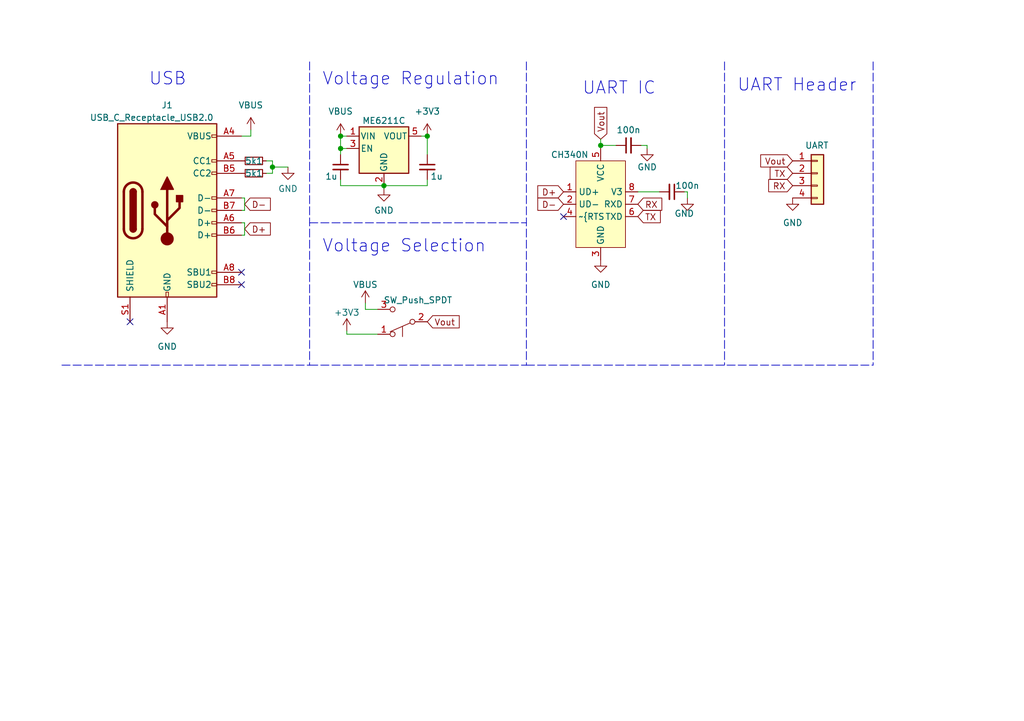
<source format=kicad_sch>
(kicad_sch (version 20211123) (generator eeschema)
  (paper "A5")
  (title_block (title "TinyUART"))
  (lib_symbols
    (symbol "CH340N:CH340N"
      (property "Reference" "U?" (at -5.08 -10.16 0))
      (property "Value" "CH340N" (at 5.08 10.16 0))
      (symbol "CH340N_0_1"
        (rectangle (start -5.08 8.89) (end 5.08 -8.89) (fill (type background)))
      )
      (symbol "CH340N_1_1"
        (pin input line (at -7.62 2.54 0) (length 2.54) (name "UD+") (number "1"))
        (pin input line (at -7.62 0 0) (length 2.54) (name "UD-") (number "2"))
        (pin input line (at 0 -11.43 90) (length 2.54) (name "GND") (number "3"))
        (pin input line (at -7.62 -2.54 0) (length 2.54) (name "~{RTS") (number "4"))
        (pin input line (at 0 11.43 270) (length 2.54) (name "VCC") (number "5"))
        (pin input line (at 7.62 -2.54 180) (length 2.54) (name "TXD") (number "6"))
        (pin input line (at 7.62 0 180) (length 2.54) (name "RXD") (number "7"))
        (pin input line (at 7.62 2.54 180) (length 2.54) (name "V3") (number "8"))
      )
    )
    (symbol "Connector:USB_C_Receptacle_USB2.0" (pin_names (offset 1.016))
      (property "Reference" "J" (at -10.16 19.05 0))
      (property "Value" "USB_C_Receptacle_USB2.0" (at 19.05 19.05 0))
      (symbol "USB_C_Receptacle_USB2.0_0_0"
        (rectangle (start -0.254 -17.78) (end 0.254 -16.764))
        (rectangle (start 10.16 -14.986) (end 9.144 -15.494))
        (rectangle (start 10.16 -12.446) (end 9.144 -12.954))
        (rectangle (start 10.16 -4.826) (end 9.144 -5.334))
        (rectangle (start 10.16 -2.286) (end 9.144 -2.794))
        (rectangle (start 10.16 0.254) (end 9.144 -0.254))
        (rectangle (start 10.16 2.794) (end 9.144 2.286))
        (rectangle (start 10.16 7.874) (end 9.144 7.366))
        (rectangle (start 10.16 10.414) (end 9.144 9.906))
        (rectangle (start 10.16 15.494) (end 9.144 14.986))
      )
      (symbol "USB_C_Receptacle_USB2.0_0_1"
        (rectangle (start -10.16 17.78) (end 10.16 -17.78) (stroke (width 0.254)) (fill (type background)))
        (arc (start -8.89 -3.81) (mid -6.985 -5.715) (end -5.08 -3.81) (stroke (width 0.508)))
        (arc (start -7.62 -3.81) (mid -6.985 -4.445) (end -6.35 -3.81) (stroke (width 0.254)))
        (arc (start -7.62 -3.81) (mid -6.985 -4.445) (end -6.35 -3.81) (stroke (width 0.254)) (fill (type outline)))
        (rectangle (start -7.62 -3.81) (end -6.35 3.81) (stroke (width 0.254)) (fill (type outline)))
        (arc (start -6.35 3.81) (mid -6.985 4.445) (end -7.62 3.81) (stroke (width 0.254)))
        (arc (start -6.35 3.81) (mid -6.985 4.445) (end -7.62 3.81) (stroke (width 0.254)) (fill (type outline)))
        (arc (start -5.08 3.81) (mid -6.985 5.715) (end -8.89 3.81) (stroke (width 0.508)))
        (circle (center -2.54 1.143) (radius 0.635) (stroke (width 0.254)) (fill (type outline)))
        (circle (center 0 -5.842) (radius 1.27) (fill (type outline)))
        (polyline (pts (xy -8.89 -3.81) (xy -8.89 3.81)) (stroke (width 0.508)))
        (polyline (pts (xy -5.08 3.81) (xy -5.08 -3.81)) (stroke (width 0.508)))
        (polyline (pts (xy 0 -5.842) (xy 0 4.318)) (stroke (width 0.508)))
        (polyline (pts (xy 0 -3.302) (xy -2.54 -0.762) (xy -2.54 0.508)) (stroke (width 0.508)))
        (polyline (pts (xy 0 -2.032) (xy 2.54 0.508) (xy 2.54 1.778)) (stroke (width 0.508)))
        (polyline (pts (xy -1.27 4.318) (xy 0 6.858) (xy 1.27 4.318) (xy -1.27 4.318)) (stroke (width 0.254)) (fill (type outline)))
        (rectangle (start 1.905 1.778) (end 3.175 3.048) (stroke (width 0.254)) (fill (type outline)))
      )
      (symbol "USB_C_Receptacle_USB2.0_1_1"
        (pin passive line (at 0 -22.86 90) (length 5.08) (name "GND") (number "A1"))
        (pin passive line (at 0 -22.86 90) (length 5.08) hide (name "GND") (number "A12"))
        (pin passive line (at 15.24 15.24 180) (length 5.08) (name "VBUS") (number "A4"))
        (pin bidirectional line (at 15.24 10.16 180) (length 5.08) (name "CC1") (number "A5"))
        (pin bidirectional line (at 15.24 -2.54 180) (length 5.08) (name "D+") (number "A6"))
        (pin bidirectional line (at 15.24 2.54 180) (length 5.08) (name "D-") (number "A7"))
        (pin bidirectional line (at 15.24 -12.7 180) (length 5.08) (name "SBU1") (number "A8"))
        (pin passive line (at 15.24 15.24 180) (length 5.08) hide (name "VBUS") (number "A9"))
        (pin passive line (at 0 -22.86 90) (length 5.08) hide (name "GND") (number "B1"))
        (pin passive line (at 0 -22.86 90) (length 5.08) hide (name "GND") (number "B12"))
        (pin passive line (at 15.24 15.24 180) (length 5.08) hide (name "VBUS") (number "B4"))
        (pin bidirectional line (at 15.24 7.62 180) (length 5.08) (name "CC2") (number "B5"))
        (pin bidirectional line (at 15.24 -5.08 180) (length 5.08) (name "D+") (number "B6"))
        (pin bidirectional line (at 15.24 0 180) (length 5.08) (name "D-") (number "B7"))
        (pin bidirectional line (at 15.24 -15.24 180) (length 5.08) (name "SBU2") (number "B8"))
        (pin passive line (at 15.24 15.24 180) (length 5.08) hide (name "VBUS") (number "B9"))
        (pin passive line (at -7.62 -22.86 90) (length 5.08) (name "SHIELD") (number "S1"))
      )
    )
    (symbol "Connector_Generic:Conn_01x04" (pin_names (offset 1.016) hide)
      (property "Reference" "J" (at 0 5.08 0))
      (property "Value" "Conn_01x04" (at 0 -7.62 0))
      (symbol "Conn_01x04_1_1"
        (rectangle (start -1.27 -4.953) (end 0 -5.207) (stroke (width 0.1524)))
        (rectangle (start -1.27 -2.413) (end 0 -2.667) (stroke (width 0.1524)))
        (rectangle (start -1.27 0.127) (end 0 -0.127) (stroke (width 0.1524)))
        (rectangle (start -1.27 2.667) (end 0 2.413) (stroke (width 0.1524)))
        (rectangle (start -1.27 3.81) (end 1.27 -6.35) (stroke (width 0.254)) (fill (type background)))
        (pin passive line (at -5.08 2.54 0) (length 3.81) (name "Pin_1") (number "1"))
        (pin passive line (at -5.08 0 0) (length 3.81) (name "Pin_2") (number "2"))
        (pin passive line (at -5.08 -2.54 0) (length 3.81) (name "Pin_3") (number "3"))
        (pin passive line (at -5.08 -5.08 0) (length 3.81) (name "Pin_4") (number "4"))
      )
    )
    (symbol "Device:C_Small" (pin_numbers hide) (pin_names (offset 0.254) hide)
      (property "Reference" "C" (at 0.254 1.778 0))
      (property "Value" "C_Small" (at 0.254 -2.032 0))
      (symbol "C_Small_0_1"
        (polyline (pts (xy -1.524 -0.508) (xy 1.524 -0.508)) (stroke (width 0.3302)))
        (polyline (pts (xy -1.524 0.508) (xy 1.524 0.508)) (stroke (width 0.3048)))
      )
      (symbol "C_Small_1_1"
        (pin passive line (at 0 2.54 270) (length 2.032) (name "~") (number "1"))
        (pin passive line (at 0 -2.54 90) (length 2.032) (name "~") (number "2"))
      )
    )
    (symbol "Device:R_Small" (pin_numbers hide) (pin_names (offset 0.254) hide)
      (property "Reference" "R" (at 0.762 0.508 0))
      (property "Value" "R_Small" (at 0.762 -1.016 0))
      (symbol "R_Small_0_1"
        (rectangle (start -0.762 1.778) (end 0.762 -1.778) (stroke (width 0.2032)))
      )
      (symbol "R_Small_1_1"
        (pin passive line (at 0 2.54 270) (length 0.762) (name "~") (number "1"))
        (pin passive line (at 0 -2.54 90) (length 0.762) (name "~") (number "2"))
      )
    )
    (symbol "Regulator_Linear:AP2127K-3.3" (pin_names (offset 0.254))
      (property "Reference" "U" (at -5.08 5.715 0))
      (property "Value" "AP2127K-3.3" (at 0 5.715 0))
      (symbol "AP2127K-3.3_0_1"
        (rectangle (start -5.08 4.445) (end 5.08 -5.08) (stroke (width 0.254)) (fill (type background)))
      )
      (symbol "AP2127K-3.3_1_1"
        (pin power_in line (at -7.62 2.54 0) (length 2.54) (name "VIN") (number "1"))
        (pin power_in line (at 0 -7.62 90) (length 2.54) (name "GND") (number "2"))
        (pin input line (at -7.62 0 0) (length 2.54) (name "EN") (number "3"))
        (pin no_connect line (at 5.08 0 180) (length 2.54) hide (name "NC") (number "4"))
        (pin power_out line (at 7.62 2.54 180) (length 2.54) (name "VOUT") (number "5"))
      )
    )
    (symbol "Switch:SW_Push_SPDT" (pin_names (offset 0) hide)
      (property "Reference" "SW" (at 0 4.318 0))
      (property "Value" "SW_Push_SPDT" (at 0 -5.08 0))
      (symbol "SW_Push_SPDT_0_0"
        (circle (center -2.032 0) (radius 0.508))
        (polyline (pts (xy 0 1.016) (xy 0 3.048)))
        (circle (center 2.032 -2.54) (radius 0.508))
      )
      (symbol "SW_Push_SPDT_0_1"
        (polyline (pts (xy -1.524 0.254) (xy 2.54 2.032)))
        (circle (center 2.032 2.54) (radius 0.508))
      )
      (symbol "SW_Push_SPDT_1_1"
        (pin passive line (at 5.08 2.54 180) (length 2.54) (name "A") (number "1"))
        (pin passive line (at -5.08 0 0) (length 2.54) (name "B") (number "2"))
        (pin passive line (at 5.08 -2.54 180) (length 2.54) (name "C") (number "3"))
      )
    )
    (symbol "power:+3V3" (power) (pin_names (offset 0))
      (property "Value" "+3V3" (at 0 3.556 0))
      (symbol "+3V3_0_1"
        (polyline (pts (xy -0.762 1.27) (xy 0 2.54)))
        (polyline (pts (xy 0 0) (xy 0 2.54)))
        (polyline (pts (xy 0 2.54) (xy 0.762 1.27)))
      )
      (symbol "+3V3_1_1"
        (pin power_in line (at 0 0 90) (length 0) hide (name "+3V3") (number "1"))
      )
    )
    (symbol "power:GND" (power) (pin_names (offset 0))
      (property "Value" "GND" (at 0 -3.81 0))
      (symbol "GND_0_1"
        (polyline (pts (xy 0 0) (xy 0 -1.27) (xy 1.27 -1.27) (xy 0 -2.54) (xy -1.27 -1.27) (xy 0 -1.27)))
      )
      (symbol "GND_1_1"
        (pin power_in line (at 0 0 270) (length 0) hide (name "GND") (number "1"))
      )
    )
    (symbol "power:VBUS" (power) (pin_names (offset 0))
      (property "Value" "VBUS" (at 0 3.81 0))
      (symbol "VBUS_0_1"
        (polyline (pts (xy -0.762 1.27) (xy 0 2.54)))
        (polyline (pts (xy 0 0) (xy 0 2.54)))
        (polyline (pts (xy 0 2.54) (xy 0.762 1.27)))
      )
      (symbol "VBUS_1_1"
        (pin power_in line (at 0 0 90) (length 0) hide (name "VBUS") (number "1"))
      )
    )
  )
  (junction (at 78.74 38.1))
  (junction (at 123.19 29.845))
  (junction (at 55.88 34.29))
  (junction (at 69.85 27.94))
  (junction (at 69.85 30.48))
  (junction (at 87.63 27.94))
  (no_connect (at 49.53 55.88))
  (no_connect (at 26.67 66.04))
  (no_connect (at 49.53 58.42))
  (no_connect (at 115.57 44.45))
  (wire (pts (xy 71.12 27.94) (xy 69.85 27.94)))
  (wire (pts (xy 71.12 30.48) (xy 69.85 30.48)))
  (wire (pts (xy 87.63 38.1) (xy 78.74 38.1)))
  (wire (pts (xy 50.165 40.64) (xy 50.165 43.18)))
  (wire (pts (xy 140.335 39.37) (xy 140.97 39.37)))
  (wire (pts (xy 87.63 36.83) (xy 87.63 38.1)))
  (wire (pts (xy 69.85 27.94) (xy 69.85 30.48)))
  (wire (pts (xy 69.85 30.48) (xy 69.85 31.75)))
  (wire (pts (xy 50.165 43.18) (xy 49.53 43.18)))
  (wire (pts (xy 86.36 27.94) (xy 87.63 27.94)))
  (wire (pts (xy 131.445 29.845) (xy 132.715 29.845)))
  (wire (pts (xy 123.19 29.845) (xy 123.19 30.48)))
  (polyline (pts (xy 107.95 74.93) (xy 179.07 74.93)))
  (wire (pts (xy 69.85 36.83) (xy 69.85 38.1)))
  (wire (pts (xy 78.74 38.1) (xy 78.74 38.735)))
  (polyline (pts (xy 12.7 74.93) (xy 63.5 74.93)))
  (wire (pts (xy 140.97 39.37) (xy 140.97 40.64)))
  (wire (pts (xy 50.165 48.26) (xy 49.53 48.26)))
  (wire (pts (xy 69.85 38.1) (xy 78.74 38.1)))
  (wire (pts (xy 49.53 45.72) (xy 50.165 45.72)))
  (wire (pts (xy 54.61 33.02) (xy 55.88 33.02)))
  (wire (pts (xy 130.81 39.37) (xy 135.255 39.37)))
  (wire (pts (xy 77.47 68.58) (xy 71.12 68.58)))
  (wire (pts (xy 55.88 34.29) (xy 59.055 34.29)))
  (polyline (pts (xy 107.95 12.7) (xy 107.95 74.93)))
  (wire (pts (xy 51.435 27.94) (xy 49.53 27.94)))
  (wire (pts (xy 55.88 35.56) (xy 55.88 34.29)))
  (polyline (pts (xy 63.5 74.93) (xy 107.95 74.93)))
  (wire (pts (xy 54.61 35.56) (xy 55.88 35.56)))
  (wire (pts (xy 74.93 63.5) (xy 77.47 63.5)))
  (wire (pts (xy 51.435 26.67) (xy 51.435 27.94)))
  (wire (pts (xy 74.93 62.23) (xy 74.93 63.5)))
  (wire (pts (xy 87.63 27.94) (xy 87.63 31.75)))
  (polyline (pts (xy 179.07 12.7) (xy 179.07 74.93)))
  (wire (pts (xy 132.715 29.845) (xy 132.715 30.48)))
  (wire (pts (xy 49.53 40.64) (xy 50.165 40.64)))
  (polyline (pts (xy 148.59 12.7) (xy 148.59 74.93)))
  (wire (pts (xy 123.19 28.575) (xy 123.19 29.845)))
  (polyline (pts (xy 63.5 12.7) (xy 63.5 74.93)))
  (polyline (pts (xy 63.5 45.72) (xy 107.95 45.72)))
  (wire (pts (xy 50.165 45.72) (xy 50.165 48.26)))
  (wire (pts (xy 71.12 68.58) (xy 71.12 67.945)))
  (wire (pts (xy 55.88 33.02) (xy 55.88 34.29)))
  (wire (pts (xy 123.19 29.845) (xy 126.365 29.845)))
  (text "UART IC" (at 119.38 19.685 0) (effects (font (size 2.54 2.54)) (justify left bottom)))
  (text "Voltage Selection" (at 66.04 52.07 0) (effects (font (size 2.54 2.54)) (justify left bottom)))
  (text "UART Header" (at 151.13 19.05 0) (effects (font (size 2.54 2.54)) (justify left bottom)))
  (text "Voltage Regulation" (at 66.04 17.78 0) (effects (font (size 2.54 2.54)) (justify left bottom)))
  (text "USB" (at 30.48 17.78 0) (effects (font (size 2.54 2.54)) (justify left bottom)))
  (global_label "D-" (shape input) (at 115.57 41.91 180) (property "Intersheet References" "${INTERSHEET_REFS}" (effects hide)))
  (global_label "Vout" (shape input) (at 123.19 28.575 90) (property "Intersheet References" "${INTERSHEET_REFS}" (effects hide)))
  (global_label "RX" (shape input) (at 130.81 41.91 0) (property "Intersheet References" "${INTERSHEET_REFS}" (effects hide)))
  (global_label "RX" (shape input) (at 162.56 38.1 180) (property "Intersheet References" "${INTERSHEET_REFS}" (effects hide)))
  (global_label "TX" (shape input) (at 130.81 44.45 0) (property "Intersheet References" "${INTERSHEET_REFS}" (effects hide)))
  (global_label "Vout" (shape input) (at 162.56 33.02 180) (property "Intersheet References" "${INTERSHEET_REFS}" (effects hide)))
  (global_label "TX" (shape input) (at 162.56 35.56 180) (property "Intersheet References" "${INTERSHEET_REFS}" (effects hide)))
  (global_label "D-" (shape input) (at 50.165 41.91 0) (property "Intersheet References" "${INTERSHEET_REFS}" (effects hide)))
  (global_label "D+" (shape input) (at 115.57 39.37 180) (property "Intersheet References" "${INTERSHEET_REFS}" (effects hide)))
  (global_label "D+" (shape input) (at 50.165 46.99 0) (property "Intersheet References" "${INTERSHEET_REFS}" (effects hide)))
  (global_label "Vout" (shape input) (at 87.63 66.04 0) (property "Intersheet References" "${INTERSHEET_REFS}" (effects hide)))
  (symbol (lib_id "Device:R_Small") (at 52.07 33.02 90) (unit 1)
    (property "Reference" "R1" (effects hide))
    (property "Value" "5k1" (at 52.07 33.02 90))
    (property "Footprint" "Resistor_SMD:R_0603_1608Metric" (effects hide))
  )
  (symbol (lib_id "Connector_Generic:Conn_01x04") (at 167.64 35.56 0) (unit 1)
    (property "Reference" "J3" (effects hide))
    (property "Value" "UART" (at 165.1 29.845 0) (effects (justify left)))
    (property "Footprint" "Connector_PinHeader_2.54mm:PinHeader_1x04_P2.54mm_Vertical" (effects hide))
  )
  (symbol (lib_id "Connector:USB_C_Receptacle_USB2.0") (at 34.29 43.18 0) (unit 1)
    (property "Reference" "J1" (at 34.29 21.59 0))
    (property "Value" "USB_C_Receptacle_USB2.0" (at 31.115 24.13 0))
    (property "Footprint" "Connector_USB:USB_C_Receptacle_HRO_TYPE-C-31-M-12" (effects hide))
    (property "Datasheet" "https://www.usb.org/sites/default/files/documents/usb_type-c.zip" (effects hide))
  )
  (symbol (lib_id "power:+3V3") (at 87.63 27.94 0) (unit 1)
    (property "Reference" "#PWR0110" (effects hide))
    (property "Value" "+3V3" (at 87.63 22.86 0))
  )
  (symbol (lib_id "power:GND") (at 78.74 38.735 0) (unit 1)
    (property "Reference" "#PWR0109" (effects hide))
    (property "Value" "GND" (at 78.74 43.18 0))
  )
  (symbol (lib_id "Device:R_Small") (at 52.07 35.56 90) (unit 1)
    (property "Reference" "R2" (effects hide))
    (property "Value" "5k1" (at 52.07 35.56 90))
    (property "Footprint" "Resistor_SMD:R_0603_1608Metric" (effects hide))
  )
  (symbol (lib_id "power:GND") (at 132.715 30.48 0) (unit 1)
    (property "Reference" "#PWR0106" (effects hide))
    (property "Value" "GND" (at 132.715 34.29 0))
  )
  (symbol (lib_id "power:GND") (at 123.19 53.34 0) (unit 1)
    (property "Reference" "#PWR0107" (effects hide))
    (property "Value" "GND" (at 123.19 58.42 0))
  )
  (symbol (lib_id "Switch:SW_Push_SPDT") (at 82.55 66.04 180) (unit 1)
    (property "Reference" "SW1" (effects hide))
    (property "Value" "SW_Push_SPDT" (at 85.725 61.595 0))
    (property "Footprint" "Button_Switch_SMD:SW_SPDT_PCM12" (effects hide))
  )
  (symbol (lib_id "power:VBUS") (at 51.435 26.67 0) (unit 1)
    (property "Reference" "#PWR0101" (effects hide))
    (property "Value" "VBUS" (at 51.435 21.59 0))
  )
  (symbol (lib_id "Regulator_Linear:AP2127K-3.3") (at 78.74 30.48 0) (unit 1)
    (property "Reference" "U2" (effects hide))
    (property "Value" "ME6211C" (at 78.74 24.765 0))
    (property "Footprint" "Package_TO_SOT_SMD_AKL:SOT-353_SC-70-5" (effects hide))
    (property "Datasheet" "https://www.diodes.com/assets/Datasheets/AP2127.pdf" (effects hide))
  )
  (symbol (lib_id "power:VBUS") (at 74.93 62.23 0) (unit 1)
    (property "Reference" "#PWR0112" (effects hide))
    (property "Value" "VBUS" (at 74.93 58.42 0))
  )
  (symbol (lib_id "power:GND") (at 59.055 34.29 0) (unit 1)
    (property "Reference" "#PWR0102" (effects hide))
    (property "Value" "GND" (at 59.055 38.735 0))
  )
  (symbol (lib_id "Device:C_Small") (at 87.63 34.29 0) (unit 1)
    (property "Reference" "C4" (effects hide))
    (property "Value" "1u" (at 88.265 36.195 0) (effects (justify left)))
    (property "Footprint" "Capacitor_SMD:C_0402_1005Metric" (effects hide))
  )
  (symbol (lib_id "power:VBUS") (at 69.85 27.94 0) (unit 1)
    (property "Reference" "#PWR0111" (effects hide))
    (property "Value" "VBUS" (at 69.85 22.86 0))
  )
  (symbol (lib_id "power:GND") (at 140.97 40.64 0) (unit 1)
    (property "Reference" "#PWR0108" (effects hide))
    (property "Value" "GND" (at 140.335 43.815 0))
  )
  (symbol (lib_id "Device:C_Small") (at 137.795 39.37 270) (unit 1)
    (property "Reference" "C2" (effects hide))
    (property "Value" "100n" (at 140.97 38.1 90))
    (property "Footprint" "Capacitor_SMD:C_0402_1005Metric" (effects hide))
  )
  (symbol (lib_id "Device:C_Small") (at 69.85 34.29 0) (unit 1)
    (property "Reference" "C3" (effects hide))
    (property "Value" "1u" (at 66.675 36.195 0) (effects (justify left)))
    (property "Footprint" "Capacitor_SMD:C_0402_1005Metric" (effects hide))
  )
  (symbol (lib_id "Device:C_Small") (at 128.905 29.845 90) (unit 1)
    (property "Reference" "C1" (effects hide))
    (property "Value" "100n" (at 128.905 26.67 90))
    (property "Footprint" "Capacitor_SMD:C_0402_1005Metric" (effects hide))
  )
  (symbol (lib_id "power:+3V3") (at 71.12 67.945 0) (unit 1)
    (property "Reference" "#PWR0113" (effects hide))
    (property "Value" "+3V3" (at 71.12 64.135 0))
  )
  (symbol (lib_id "power:GND") (at 162.56 40.64 0) (unit 1)
    (property "Reference" "#PWR0105" (effects hide))
    (property "Value" "GND" (at 162.56 45.72 0))
  )
  (symbol (lib_id "power:GND") (at 34.29 66.04 0) (unit 1)
    (property "Reference" "#PWR0103" (effects hide))
    (property "Value" "GND" (at 34.29 71.12 0))
  )
  (symbol (lib_id "CH340N:CH340N") (at 123.19 41.91 0) (unit 1)
    (property "Reference" "U1" (effects hide))
    (property "Value" "CH340N" (at 116.84 31.75 0))
    (property "Footprint" "Package_SO:SOP-8_3.9x4.9mm_P1.27mm" (effects hide))
  )
)
</source>
